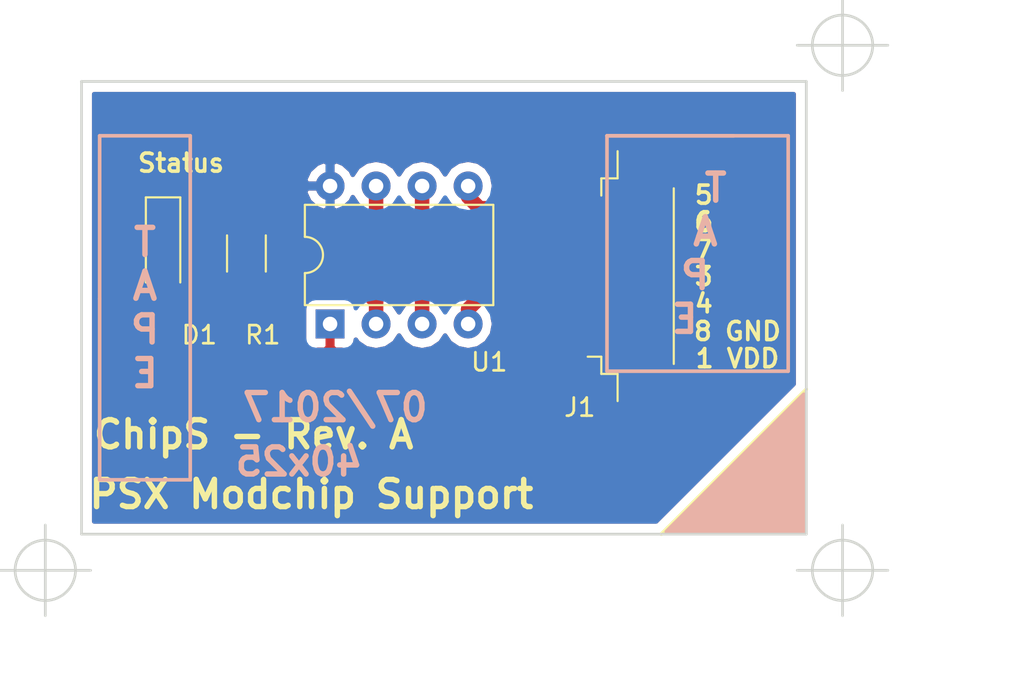
<source format=kicad_pcb>
(kicad_pcb (version 4) (host pcbnew 4.0.6)

  (general
    (links 10)
    (no_connects 0)
    (area 75.924999 58.924999 116.075001 84.075001)
    (thickness 1.6)
    (drawings 37)
    (tracks 21)
    (zones 0)
    (modules 4)
    (nets 10)
  )

  (page A4)
  (layers
    (0 F.Cu signal)
    (31 B.Cu signal)
    (33 F.Adhes user)
    (35 F.Paste user)
    (36 B.SilkS user)
    (37 F.SilkS user)
    (38 B.Mask user)
    (39 F.Mask user)
    (40 Dwgs.User user)
    (41 Cmts.User user)
    (42 Eco1.User user)
    (43 Eco2.User user)
    (44 Edge.Cuts user)
    (45 Margin user)
    (47 F.CrtYd user)
    (49 F.Fab user)
  )

  (setup
    (last_trace_width 0.8)
    (trace_clearance 0.4)
    (zone_clearance 0.5)
    (zone_45_only no)
    (trace_min 0.5)
    (segment_width 0.2)
    (edge_width 0.15)
    (via_size 0.6)
    (via_drill 0.4)
    (via_min_size 0.4)
    (via_min_drill 0.3)
    (uvia_size 0.3)
    (uvia_drill 0.1)
    (uvias_allowed no)
    (uvia_min_size 0.2)
    (uvia_min_drill 0.1)
    (pcb_text_width 0.3)
    (pcb_text_size 1.5 1.5)
    (mod_edge_width 0.15)
    (mod_text_size 1 1)
    (mod_text_width 0.15)
    (pad_size 1.5 1.5)
    (pad_drill 0.8)
    (pad_to_mask_clearance 0.2)
    (aux_axis_origin 76 84)
    (grid_origin 76 84)
    (visible_elements 7FFFFFFF)
    (pcbplotparams
      (layerselection 0x011f8_80000001)
      (usegerberextensions true)
      (excludeedgelayer true)
      (linewidth 0.100000)
      (plotframeref false)
      (viasonmask true)
      (mode 1)
      (useauxorigin false)
      (hpglpennumber 1)
      (hpglpenspeed 20)
      (hpglpendiameter 15)
      (hpglpenoverlay 2)
      (psnegative false)
      (psa4output false)
      (plotreference true)
      (plotvalue true)
      (plotinvisibletext false)
      (padsonsilk false)
      (subtractmaskfromsilk false)
      (outputformat 1)
      (mirror false)
      (drillshape 0)
      (scaleselection 1)
      (outputdirectory Outputs/DrillDrawing/))
  )

  (net 0 "")
  (net 1 VDD)
  (net 2 GND)
  (net 3 /GP4)
  (net 4 /GP3)
  (net 5 "Net-(D1-Pad1)")
  (net 6 /GP2)
  (net 7 /GP1)
  (net 8 /GP0)
  (net 9 /GP5)

  (net_class Default "Ceci est la Netclass par défaut"
    (clearance 0.4)
    (trace_width 0.8)
    (via_dia 0.6)
    (via_drill 0.4)
    (uvia_dia 0.3)
    (uvia_drill 0.1)
    (add_net /GP0)
    (add_net /GP1)
    (add_net /GP2)
    (add_net /GP3)
    (add_net /GP4)
    (add_net /GP5)
    (add_net GND)
    (add_net "Net-(D1-Pad1)")
    (add_net VDD)
  )

  (module Connectors_Molex:Molex_PicoBlade_53398-0771_07x1.25mm_Straight (layer F.Cu) (tedit 5978F17D) (tstamp 596E4311)
    (at 106.0609 69.7506 90)
    (descr "Molex PicoBlade, single row, top entry type, surface mount, PN:53398-0771")
    (tags "connector molex picoblade smt")
    (path /5969FCFB)
    (attr smd)
    (fp_text reference J1 (at -7.2494 -2.5609 180) (layer F.SilkS)
      (effects (font (size 1 1) (thickness 0.15)))
    )
    (fp_text value CONN_01X07 (at 8.7506 -3.0609 180) (layer F.Fab)
      (effects (font (size 1 1) (thickness 0.15)))
    )
    (fp_line (start -5.25 -1.225) (end -5.25 2.475) (layer F.Fab) (width 0.1))
    (fp_line (start -5.25 2.475) (end 5.25 2.475) (layer F.Fab) (width 0.1))
    (fp_line (start 5.25 2.475) (end 5.25 -1.225) (layer F.Fab) (width 0.1))
    (fp_line (start 5.25 -1.225) (end -5.25 -1.225) (layer F.Fab) (width 0.1))
    (fp_line (start 5.25 2.475) (end 6.75 2.475) (layer F.Fab) (width 0.1))
    (fp_line (start 6.75 2.475) (end 6.75 -0.325) (layer F.Fab) (width 0.1))
    (fp_line (start 6.75 -0.325) (end 5.25 -0.325) (layer F.Fab) (width 0.1))
    (fp_line (start -5.25 2.475) (end -6.75 2.475) (layer F.Fab) (width 0.1))
    (fp_line (start -6.75 2.475) (end -6.75 -0.325) (layer F.Fab) (width 0.1))
    (fp_line (start -6.75 -0.325) (end -5.25 -0.325) (layer F.Fab) (width 0.1))
    (fp_line (start 4.45 -1.375) (end 5.4 -1.375) (layer F.SilkS) (width 0.12))
    (fp_line (start 5.4 -1.375) (end 5.4 -0.475) (layer F.SilkS) (width 0.12))
    (fp_line (start 5.4 -0.475) (end 6.9 -0.475) (layer F.SilkS) (width 0.12))
    (fp_line (start -4.45 -1.375) (end -5.4 -1.375) (layer F.SilkS) (width 0.12))
    (fp_line (start -5.4 -1.375) (end -5.4 -0.475) (layer F.SilkS) (width 0.12))
    (fp_line (start -5.4 -0.475) (end -6.9 -0.475) (layer F.SilkS) (width 0.12))
    (fp_line (start -4.85 2.625) (end 4.85 2.625) (layer F.SilkS) (width 0.12))
    (fp_line (start -4.45 -1.375) (end -4.45 -2.125) (layer F.SilkS) (width 0.12))
    (fp_line (start -4.15 -1.225) (end -3.75 -0.425) (layer F.Fab) (width 0.1))
    (fp_line (start -3.75 -0.425) (end -3.35 -1.225) (layer F.Fab) (width 0.1))
    (fp_line (start -3.35 -1.225) (end -4.15 -1.225) (layer F.Fab) (width 0.1))
    (fp_line (start 0 -2.7) (end 5.8 -2.7) (layer F.CrtYd) (width 0.05))
    (fp_line (start 5.8 -2.7) (end 5.8 -0.9) (layer F.CrtYd) (width 0.05))
    (fp_line (start 5.8 -0.9) (end 7.9 -0.9) (layer F.CrtYd) (width 0.05))
    (fp_line (start 7.9 -0.9) (end 7.9 3.5) (layer F.CrtYd) (width 0.05))
    (fp_line (start 7.9 3.5) (end 0 3.5) (layer F.CrtYd) (width 0.05))
    (fp_line (start 0 -2.7) (end -5.8 -2.7) (layer F.CrtYd) (width 0.05))
    (fp_line (start -5.8 -2.7) (end -5.8 -0.9) (layer F.CrtYd) (width 0.05))
    (fp_line (start -5.8 -0.9) (end -7.9 -0.9) (layer F.CrtYd) (width 0.05))
    (fp_line (start -7.9 -0.9) (end -7.9 3.5) (layer F.CrtYd) (width 0.05))
    (fp_line (start -7.9 3.5) (end 0 3.5) (layer F.CrtYd) (width 0.05))
    (fp_text user %R (at 0 1.5 90) (layer F.Fab)
      (effects (font (size 1 1) (thickness 0.15)))
    )
    (pad 1 smd rect (at -3.75 -1.375 90) (size 0.8 1.5) (layers F.Cu F.Paste F.Mask)
      (net 1 VDD))
    (pad 2 smd rect (at -2.5 -1.375 90) (size 0.8 1.5) (layers F.Cu F.Paste F.Mask)
      (net 2 GND))
    (pad 3 smd rect (at -1.25 -1.375 90) (size 0.8 1.5) (layers F.Cu F.Paste F.Mask)
      (net 4 /GP3))
    (pad 4 smd rect (at 0 -1.375 90) (size 0.8 1.5) (layers F.Cu F.Paste F.Mask)
      (net 3 /GP4))
    (pad 5 smd rect (at 1.25 -1.375 90) (size 0.8 1.5) (layers F.Cu F.Paste F.Mask)
      (net 8 /GP0))
    (pad 6 smd rect (at 2.5 -1.375 90) (size 0.8 1.5) (layers F.Cu F.Paste F.Mask)
      (net 7 /GP1))
    (pad 7 smd rect (at 3.75 -1.375 90) (size 0.8 1.5) (layers F.Cu F.Paste F.Mask)
      (net 6 /GP2))
    (pad "" smd rect (at -6.25 1.375 90) (size 2.2 3.1) (layers F.Cu F.Paste F.Mask))
    (pad "" smd rect (at 6.25 1.375 90) (size 2.2 3.1) (layers F.Cu F.Paste F.Mask))
    (model ${KISYS3DMOD}/Connectors_Molex.3dshapes/Molex_PicoBlade_53398-0771_07x1.25mm_Straight.wrl
      (at (xyz 0 0 0))
      (scale (xyz 1 1 1))
      (rotate (xyz 0 0 0))
    )
  )

  (module Housings_DIP:DIP-8_W7.62mm (layer F.Cu) (tedit 5977B26F) (tstamp 596E432D)
    (at 89.716 72.3922 90)
    (descr "8-lead dip package, row spacing 7.62 mm (300 mils)")
    (tags "DIL DIP PDIP 2.54mm 7.62mm 300mil")
    (path /5969EAAC)
    (fp_text reference U1 (at -2.1078 8.784 180) (layer F.SilkS)
      (effects (font (size 1 1) (thickness 0.15)))
    )
    (fp_text value PIC12C508 (at -2.6078 3.284 180) (layer F.Fab)
      (effects (font (size 1 1) (thickness 0.15)))
    )
    (fp_text user %R (at 3.81 3.81 90) (layer F.Fab)
      (effects (font (size 1 1) (thickness 0.15)))
    )
    (fp_line (start 1.635 -1.27) (end 6.985 -1.27) (layer F.Fab) (width 0.1))
    (fp_line (start 6.985 -1.27) (end 6.985 8.89) (layer F.Fab) (width 0.1))
    (fp_line (start 6.985 8.89) (end 0.635 8.89) (layer F.Fab) (width 0.1))
    (fp_line (start 0.635 8.89) (end 0.635 -0.27) (layer F.Fab) (width 0.1))
    (fp_line (start 0.635 -0.27) (end 1.635 -1.27) (layer F.Fab) (width 0.1))
    (fp_line (start 2.81 -1.39) (end 1.04 -1.39) (layer F.SilkS) (width 0.12))
    (fp_line (start 1.04 -1.39) (end 1.04 9.01) (layer F.SilkS) (width 0.12))
    (fp_line (start 1.04 9.01) (end 6.58 9.01) (layer F.SilkS) (width 0.12))
    (fp_line (start 6.58 9.01) (end 6.58 -1.39) (layer F.SilkS) (width 0.12))
    (fp_line (start 6.58 -1.39) (end 4.81 -1.39) (layer F.SilkS) (width 0.12))
    (fp_line (start -1.1 -1.6) (end -1.1 9.2) (layer F.CrtYd) (width 0.05))
    (fp_line (start -1.1 9.2) (end 8.7 9.2) (layer F.CrtYd) (width 0.05))
    (fp_line (start 8.7 9.2) (end 8.7 -1.6) (layer F.CrtYd) (width 0.05))
    (fp_line (start 8.7 -1.6) (end -1.1 -1.6) (layer F.CrtYd) (width 0.05))
    (fp_arc (start 3.81 -1.39) (end 2.81 -1.39) (angle -180) (layer F.SilkS) (width 0.12))
    (pad 1 thru_hole rect (at 0 0 90) (size 1.6 1.6) (drill 0.8) (layers *.Cu *.Mask)
      (net 1 VDD))
    (pad 5 thru_hole oval (at 7.62 7.62 90) (size 1.6 1.6) (drill 0.8) (layers *.Cu *.Mask)
      (net 6 /GP2))
    (pad 2 thru_hole oval (at 0 2.54 90) (size 1.6 1.6) (drill 0.8) (layers *.Cu *.Mask)
      (net 9 /GP5))
    (pad 6 thru_hole oval (at 7.62 5.08 90) (size 1.6 1.6) (drill 0.8) (layers *.Cu *.Mask)
      (net 7 /GP1))
    (pad 3 thru_hole oval (at 0 5.08 90) (size 1.6 1.6) (drill 0.8) (layers *.Cu *.Mask)
      (net 3 /GP4))
    (pad 7 thru_hole oval (at 7.62 2.54 90) (size 1.6 1.6) (drill 0.8) (layers *.Cu *.Mask)
      (net 8 /GP0))
    (pad 4 thru_hole oval (at 0 7.62 90) (size 1.6 1.6) (drill 0.8) (layers *.Cu *.Mask)
      (net 4 /GP3))
    (pad 8 thru_hole oval (at 7.62 0 90) (size 1.6 1.6) (drill 0.8) (layers *.Cu *.Mask)
      (net 2 GND))
    (model ${KISYS3DMOD}/Housings_DIP.3dshapes/DIP-8_W7.62mm.wrl
      (at (xyz 0 0 0))
      (scale (xyz 1 1 1))
      (rotate (xyz 0 0 0))
    )
  )

  (module Resistors_SMD:R_1206_HandSoldering (layer F.Cu) (tedit 5977ADF7) (tstamp 596E4B19)
    (at 85.1 68.5 270)
    (descr "Resistor SMD 1206, hand soldering")
    (tags "resistor 1206")
    (path /5969F049)
    (attr smd)
    (fp_text reference R1 (at 4.5 -0.9 360) (layer F.SilkS)
      (effects (font (size 1 1) (thickness 0.15)))
    )
    (fp_text value 120R (at 0 1.9 270) (layer F.Fab)
      (effects (font (size 1 1) (thickness 0.15)))
    )
    (fp_text user %R (at 0 0 270) (layer F.Fab)
      (effects (font (size 0.7 0.7) (thickness 0.105)))
    )
    (fp_line (start -1.6 0.8) (end -1.6 -0.8) (layer F.Fab) (width 0.1))
    (fp_line (start 1.6 0.8) (end -1.6 0.8) (layer F.Fab) (width 0.1))
    (fp_line (start 1.6 -0.8) (end 1.6 0.8) (layer F.Fab) (width 0.1))
    (fp_line (start -1.6 -0.8) (end 1.6 -0.8) (layer F.Fab) (width 0.1))
    (fp_line (start 1 1.07) (end -1 1.07) (layer F.SilkS) (width 0.12))
    (fp_line (start -1 -1.07) (end 1 -1.07) (layer F.SilkS) (width 0.12))
    (fp_line (start -3.25 -1.11) (end 3.25 -1.11) (layer F.CrtYd) (width 0.05))
    (fp_line (start -3.25 -1.11) (end -3.25 1.1) (layer F.CrtYd) (width 0.05))
    (fp_line (start 3.25 1.1) (end 3.25 -1.11) (layer F.CrtYd) (width 0.05))
    (fp_line (start 3.25 1.1) (end -3.25 1.1) (layer F.CrtYd) (width 0.05))
    (pad 1 smd rect (at -2 0 270) (size 2 1.7) (layers F.Cu F.Paste F.Mask)
      (net 5 "Net-(D1-Pad1)"))
    (pad 2 smd rect (at 2 0 270) (size 2 1.7) (layers F.Cu F.Paste F.Mask)
      (net 9 /GP5))
    (model ${KISYS3DMOD}/Resistors_SMD.3dshapes/R_1206.wrl
      (at (xyz 0 0 0))
      (scale (xyz 1 1 1))
      (rotate (xyz 0 0 0))
    )
  )

  (module LEDs:LED_1206_HandSoldering (layer F.Cu) (tedit 5977ADF2) (tstamp 596E4C3B)
    (at 80.5 68.5 270)
    (descr "LED SMD 1206, hand soldering")
    (tags "LED 1206")
    (path /5969F4B7)
    (attr smd)
    (fp_text reference D1 (at 4.5 -2 360) (layer F.SilkS)
      (effects (font (size 1 1) (thickness 0.15)))
    )
    (fp_text value LED (at 0 1.9 270) (layer F.Fab)
      (effects (font (size 1 1) (thickness 0.15)))
    )
    (fp_line (start -3.1 -0.95) (end -3.1 0.95) (layer F.SilkS) (width 0.12))
    (fp_line (start -0.4 0) (end 0.2 -0.4) (layer F.Fab) (width 0.1))
    (fp_line (start 0.2 -0.4) (end 0.2 0.4) (layer F.Fab) (width 0.1))
    (fp_line (start 0.2 0.4) (end -0.4 0) (layer F.Fab) (width 0.1))
    (fp_line (start -0.45 -0.4) (end -0.45 0.4) (layer F.Fab) (width 0.1))
    (fp_line (start -1.6 0.8) (end -1.6 -0.8) (layer F.Fab) (width 0.1))
    (fp_line (start 1.6 0.8) (end -1.6 0.8) (layer F.Fab) (width 0.1))
    (fp_line (start 1.6 -0.8) (end 1.6 0.8) (layer F.Fab) (width 0.1))
    (fp_line (start -1.6 -0.8) (end 1.6 -0.8) (layer F.Fab) (width 0.1))
    (fp_line (start -3.1 0.95) (end 1.6 0.95) (layer F.SilkS) (width 0.12))
    (fp_line (start -3.1 -0.95) (end 1.6 -0.95) (layer F.SilkS) (width 0.12))
    (fp_line (start -3.25 -1.11) (end 3.25 -1.11) (layer F.CrtYd) (width 0.05))
    (fp_line (start -3.25 -1.11) (end -3.25 1.1) (layer F.CrtYd) (width 0.05))
    (fp_line (start 3.25 1.1) (end 3.25 -1.11) (layer F.CrtYd) (width 0.05))
    (fp_line (start 3.25 1.1) (end -3.25 1.1) (layer F.CrtYd) (width 0.05))
    (pad 1 smd rect (at -2 0 270) (size 2 1.7) (layers F.Cu F.Paste F.Mask)
      (net 5 "Net-(D1-Pad1)"))
    (pad 2 smd rect (at 2 0 270) (size 2 1.7) (layers F.Cu F.Paste F.Mask)
      (net 1 VDD))
    (model ${KISYS3DMOD}/LEDs.3dshapes/LED_1206.wrl
      (at (xyz 0 0 0))
      (scale (xyz 1 1 1))
      (rotate (xyz 0 0 180))
    )
  )

  (gr_text 07/2017 (at 90 77) (layer B.SilkS)
    (effects (font (size 1.5 1.5) (thickness 0.3)) (justify mirror))
  )
  (target plus (at 74 86) (size 5) (width 0.15) (layer Edge.Cuts))
  (target plus (at 118 57) (size 5) (width 0.15) (layer Edge.Cuts))
  (target plus (at 118 86) (size 5) (width 0.15) (layer Edge.Cuts))
  (gr_text "T\n A\n  P\n   E" (at 111 68.5) (layer B.SilkS)
    (effects (font (size 1.5 1.5) (thickness 0.3)) (justify mirror))
  )
  (gr_line (start 105 62) (end 112 62) (angle 90) (layer B.SilkS) (width 0.2))
  (gr_line (start 105 75) (end 105 62) (angle 90) (layer B.SilkS) (width 0.2))
  (gr_line (start 115 75) (end 105 75) (angle 90) (layer B.SilkS) (width 0.2))
  (gr_line (start 115 62) (end 115 75) (angle 90) (layer B.SilkS) (width 0.2))
  (gr_line (start 105 62) (end 115 62) (angle 90) (layer B.SilkS) (width 0.2))
  (gr_text "T\nA\nP\nE" (at 79.5 71.5) (layer B.SilkS)
    (effects (font (size 1.5 1.5) (thickness 0.3)) (justify mirror))
  )
  (gr_line (start 77 81) (end 77 71) (angle 90) (layer B.SilkS) (width 0.2))
  (gr_line (start 82 81) (end 77 81) (angle 90) (layer B.SilkS) (width 0.2))
  (gr_line (start 82 62) (end 82 81) (angle 90) (layer B.SilkS) (width 0.2))
  (gr_line (start 77 62) (end 82 62) (angle 90) (layer B.SilkS) (width 0.2))
  (gr_line (start 77 71) (end 77 62) (angle 90) (layer B.SilkS) (width 0.2))
  (dimension 25 (width 0.3) (layer Dwgs.User)
    (gr_text "25,000 mm" (at 125.35 71.5 270) (layer Dwgs.User)
      (effects (font (size 1.5 1.5) (thickness 0.3)))
    )
    (feature1 (pts (xy 116 84) (xy 126.7 84)))
    (feature2 (pts (xy 116 59) (xy 126.7 59)))
    (crossbar (pts (xy 124 59) (xy 124 84)))
    (arrow1a (pts (xy 124 84) (xy 123.413579 82.873496)))
    (arrow1b (pts (xy 124 84) (xy 124.586421 82.873496)))
    (arrow2a (pts (xy 124 59) (xy 123.413579 60.126504)))
    (arrow2b (pts (xy 124 59) (xy 124.586421 60.126504)))
  )
  (dimension 17 (width 0.3) (layer Dwgs.User)
    (gr_text "17,000 mm" (at 121.35 67.5 270) (layer Dwgs.User)
      (effects (font (size 1.5 1.5) (thickness 0.3)))
    )
    (feature1 (pts (xy 116 76) (xy 122.7 76)))
    (feature2 (pts (xy 116 59) (xy 122.7 59)))
    (crossbar (pts (xy 120 59) (xy 120 76)))
    (arrow1a (pts (xy 120 76) (xy 119.413579 74.873496)))
    (arrow1b (pts (xy 120 76) (xy 120.586421 74.873496)))
    (arrow2a (pts (xy 120 59) (xy 119.413579 60.126504)))
    (arrow2b (pts (xy 120 59) (xy 120.586421 60.126504)))
  )
  (gr_line (start 116 59) (end 76 59) (angle 90) (layer Edge.Cuts) (width 0.15))
  (gr_text 5 (at 110.341 65.27) (layer F.SilkS)
    (effects (font (size 1 1) (thickness 0.2)))
  )
  (gr_text "8 GND" (at 112.2 72.8) (layer F.SilkS)
    (effects (font (size 1 1) (thickness 0.2)))
  )
  (gr_text "1 VDD" (at 112.2 74.3) (layer F.SilkS)
    (effects (font (size 1 1) (thickness 0.2)))
  )
  (gr_text 4 (at 110.341 71.27) (layer F.SilkS)
    (effects (font (size 1 1) (thickness 0.2)))
  )
  (gr_text "3\n" (at 110.341 69.77) (layer F.SilkS)
    (effects (font (size 1 1) (thickness 0.2)))
  )
  (gr_text 7 (at 110.341 68.27) (layer F.SilkS)
    (effects (font (size 1 1) (thickness 0.2)))
  )
  (gr_text "PSX Modchip Support" (at 101.1 81.8) (layer F.SilkS)
    (effects (font (size 1.5 1.5) (thickness 0.3)) (justify right))
  )
  (gr_text Status (at 79 63.5) (layer F.SilkS)
    (effects (font (size 1 1) (thickness 0.2)) (justify left))
  )
  (dimension 40 (width 0.3) (layer Dwgs.User)
    (gr_text "40,000 mm" (at 96 93.35) (layer Dwgs.User)
      (effects (font (size 1.5 1.5) (thickness 0.3)))
    )
    (feature1 (pts (xy 116 84) (xy 116 94.7)))
    (feature2 (pts (xy 76 84) (xy 76 94.7)))
    (crossbar (pts (xy 76 92) (xy 116 92)))
    (arrow1a (pts (xy 116 92) (xy 114.873496 92.586421)))
    (arrow1b (pts (xy 116 92) (xy 114.873496 91.413579)))
    (arrow2a (pts (xy 76 92) (xy 77.126504 92.586421)))
    (arrow2b (pts (xy 76 92) (xy 77.126504 91.413579)))
  )
  (dimension 32 (width 0.3) (layer Dwgs.User)
    (gr_text "32,000 mm" (at 92 89.35) (layer Dwgs.User)
      (effects (font (size 1.5 1.5) (thickness 0.3)))
    )
    (feature1 (pts (xy 108 84) (xy 108 90.7)))
    (feature2 (pts (xy 76 84) (xy 76 90.7)))
    (crossbar (pts (xy 76 88) (xy 108 88)))
    (arrow1a (pts (xy 108 88) (xy 106.873496 88.586421)))
    (arrow1b (pts (xy 108 88) (xy 106.873496 87.413579)))
    (arrow2a (pts (xy 76 88) (xy 77.126504 88.586421)))
    (arrow2b (pts (xy 76 88) (xy 77.126504 87.413579)))
  )
  (gr_text 6 (at 110.341 66.77) (layer F.SilkS)
    (effects (font (size 1 1) (thickness 0.25)))
  )
  (gr_text "ChipS - Rev. A" (at 85.5 78.5) (layer F.SilkS)
    (effects (font (size 1.5 1.5) (thickness 0.3)))
  )
  (gr_text 40x25 (at 88 80) (layer B.SilkS)
    (effects (font (size 1.5 1.5) (thickness 0.3)) (justify mirror))
  )
  (gr_line (start 93.5 69) (end 93.5 68) (angle 90) (layer Eco1.User) (width 0.2))
  (gr_line (start 108 84) (end 116 76) (angle 90) (layer F.SilkS) (width 0.2))
  (gr_line (start 76 84) (end 76 59) (angle 90) (layer Edge.Cuts) (width 0.15))
  (gr_line (start 116 84) (end 76 84) (angle 90) (layer Edge.Cuts) (width 0.15))
  (gr_line (start 116 59) (end 116 84) (angle 90) (layer Edge.Cuts) (width 0.15))

  (segment (start 94.796 72.3922) (end 94.796 70.542002) (width 0.8) (layer F.Cu) (net 3))
  (segment (start 94.796 70.542002) (end 95.587402 69.7506) (width 0.8) (layer F.Cu) (net 3) (tstamp 5977AAEE))
  (segment (start 95.587402 69.7506) (end 104.6859 69.7506) (width 0.8) (layer F.Cu) (net 3) (tstamp 5977AAEF))
  (segment (start 97.336 72.3922) (end 97.336 71.5794) (width 0.8) (layer F.Cu) (net 4))
  (segment (start 97.336 71.5794) (end 97.9148 71.0006) (width 0.8) (layer F.Cu) (net 4) (tstamp 5977AAF3))
  (segment (start 97.9148 71.0006) (end 104.6859 71.0006) (width 0.8) (layer F.Cu) (net 4) (tstamp 5977AAF4))
  (segment (start 80.5 66.5) (end 85.1 66.5) (width 0.8) (layer F.Cu) (net 5))
  (segment (start 97.336 64.7722) (end 97.336 65.3691) (width 0.8) (layer F.Cu) (net 6))
  (segment (start 97.336 64.7722) (end 97.336 65.3691) (width 0.5) (layer F.Cu) (net 6))
  (segment (start 97.336 65.3691) (end 97.9675 66.0006) (width 0.8) (layer F.Cu) (net 6) (tstamp 5977AAEA))
  (segment (start 97.9675 66.0006) (end 104.6859 66.0006) (width 0.8) (layer F.Cu) (net 6) (tstamp 5977AAEB))
  (segment (start 97.336 64.7722) (end 97.336 65.0008) (width 0.5) (layer F.Cu) (net 6))
  (segment (start 94.796 64.7722) (end 94.796 66.2962) (width 0.8) (layer F.Cu) (net 7))
  (segment (start 94.796 66.2962) (end 95.7504 67.2506) (width 0.8) (layer F.Cu) (net 7) (tstamp 5977AAE6))
  (segment (start 95.7504 67.2506) (end 104.6859 67.2506) (width 0.8) (layer F.Cu) (net 7) (tstamp 5977AAE7))
  (segment (start 104.6859 68.5006) (end 93.7365 68.5006) (width 0.8) (layer F.Cu) (net 8))
  (segment (start 93.7365 68.5006) (end 92.256 67.0201) (width 0.8) (layer F.Cu) (net 8) (tstamp 5977AAE2))
  (segment (start 92.256 67.0201) (end 92.256 64.7722) (width 0.8) (layer F.Cu) (net 8) (tstamp 5977AAE3))
  (segment (start 85.1 70.5) (end 91.583 70.5) (width 0.8) (layer F.Cu) (net 9))
  (segment (start 91.583 70.5) (end 92.256 71.173) (width 0.8) (layer F.Cu) (net 9) (tstamp 5977A709))
  (segment (start 92.256 71.173) (end 92.256 72.3922) (width 0.8) (layer F.Cu) (net 9) (tstamp 5977A70A))

  (zone (net 0) (net_name "") (layer F.SilkS) (tstamp 5976450E) (hatch edge 0.508)
    (connect_pads (clearance 0.5))
    (min_thickness 0.25)
    (fill yes (arc_segments 16) (thermal_gap 0.5) (thermal_bridge_width 0.5))
    (polygon
      (pts
        (xy 116 84) (xy 108 84) (xy 116 76)
      )
    )
    (filled_polygon
      (pts
        (xy 115.875 83.875) (xy 108.301776 83.875) (xy 115.875 76.301776)
      )
    )
  )
  (zone (net 1) (net_name VDD) (layer F.Cu) (tstamp 5977ABB4) (hatch edge 0.508)
    (priority 1)
    (connect_pads (clearance 0.5))
    (min_thickness 0.25)
    (fill yes (arc_segments 16) (thermal_gap 0.5) (thermal_bridge_width 0.5))
    (polygon
      (pts
        (xy 81.4 75.2) (xy 88.9 75.2) (xy 88.9 71.6) (xy 90.5 71.6) (xy 90.5 75.2)
        (xy 100.4 75.2) (xy 100.4 73.1) (xy 106 73.1) (xy 106 74.4) (xy 101.8 74.4)
        (xy 101.8 76.6) (xy 79.6 76.6) (xy 79.6 69.5) (xy 81.4 69.5)
      )
    )
    (filled_polygon
      (pts
        (xy 80.625 70.375) (xy 80.645 70.375) (xy 80.645 70.625) (xy 80.625 70.625) (xy 80.625 71.96875)
        (xy 80.78125 72.125) (xy 81.275 72.125) (xy 81.275 75.2) (xy 81.284848 75.248632) (xy 81.312841 75.289601)
        (xy 81.354568 75.316451) (xy 81.4 75.325) (xy 88.9 75.325) (xy 88.948632 75.315152) (xy 88.989601 75.287159)
        (xy 89.016451 75.245432) (xy 89.025 75.2) (xy 89.025 73.8172) (xy 89.43475 73.8172) (xy 89.591 73.66095)
        (xy 89.591 72.5172) (xy 89.571 72.5172) (xy 89.571 72.2672) (xy 89.591 72.2672) (xy 89.591 72.2472)
        (xy 89.841 72.2472) (xy 89.841 72.2672) (xy 89.861 72.2672) (xy 89.861 72.5172) (xy 89.841 72.5172)
        (xy 89.841 73.66095) (xy 89.99725 73.8172) (xy 90.375 73.8172) (xy 90.375 75.2) (xy 90.384848 75.248632)
        (xy 90.412841 75.289601) (xy 90.454568 75.316451) (xy 90.5 75.325) (xy 100.4 75.325) (xy 100.448632 75.315152)
        (xy 100.489601 75.287159) (xy 100.516451 75.245432) (xy 100.525 75.2) (xy 100.525 73.225) (xy 103.31655 73.225)
        (xy 103.46715 73.3756) (xy 104.5609 73.3756) (xy 104.5609 73.3556) (xy 104.8109 73.3556) (xy 104.8109 73.3756)
        (xy 104.8309 73.3756) (xy 104.8309 73.6256) (xy 104.8109 73.6256) (xy 104.8109 73.6456) (xy 104.5609 73.6456)
        (xy 104.5609 73.6256) (xy 103.46715 73.6256) (xy 103.3109 73.78185) (xy 103.3109 74.02492) (xy 103.40605 74.254634)
        (xy 103.426416 74.275) (xy 101.8 74.275) (xy 101.751368 74.284848) (xy 101.710399 74.312841) (xy 101.683549 74.354568)
        (xy 101.675 74.4) (xy 101.675 76.475) (xy 79.725 76.475) (xy 79.725 72.125) (xy 80.21875 72.125)
        (xy 80.375 71.96875) (xy 80.375 70.625) (xy 80.355 70.625) (xy 80.355 70.375) (xy 80.375 70.375)
        (xy 80.375 70.355) (xy 80.625 70.355)
      )
    )
  )
  (zone (net 2) (net_name GND) (layer F.Cu) (tstamp 5977AF9E) (hatch edge 0.508)
    (connect_pads (clearance 0.5))
    (min_thickness 0.25)
    (fill yes (arc_segments 16) (thermal_gap 0.5) (thermal_bridge_width 0.5))
    (polygon
      (pts
        (xy 116 76) (xy 108 84) (xy 76 84) (xy 76 59) (xy 116 59)
      )
    )
    (filled_polygon
      (pts
        (xy 115.3 75.710051) (xy 107.71005 83.3) (xy 76.7 83.3) (xy 76.7 69.5) (xy 78.975 69.5)
        (xy 78.975 76.6) (xy 79.017743 76.827161) (xy 79.151995 77.035794) (xy 79.35684 77.175759) (xy 79.6 77.225)
        (xy 101.8 77.225) (xy 102.027161 77.182257) (xy 102.235794 77.048005) (xy 102.375759 76.84316) (xy 102.425 76.6)
        (xy 102.425 75.025) (xy 105.248656 75.025) (xy 105.248656 77.1006) (xy 105.292237 77.332211) (xy 105.429119 77.544932)
        (xy 105.637976 77.687638) (xy 105.8859 77.737844) (xy 108.9859 77.737844) (xy 109.217511 77.694263) (xy 109.430232 77.557381)
        (xy 109.572938 77.348524) (xy 109.623144 77.1006) (xy 109.623144 74.9006) (xy 109.579563 74.668989) (xy 109.442681 74.456268)
        (xy 109.233824 74.313562) (xy 108.9859 74.263356) (xy 106.625 74.263356) (xy 106.625 73.1) (xy 106.582257 72.872839)
        (xy 106.448005 72.664206) (xy 106.24316 72.524241) (xy 106.005078 72.476028) (xy 105.90465 72.3756) (xy 104.8109 72.3756)
        (xy 104.8109 72.3956) (xy 104.5609 72.3956) (xy 104.5609 72.3756) (xy 103.46715 72.3756) (xy 103.36775 72.475)
        (xy 100.4 72.475) (xy 100.172839 72.517743) (xy 99.964206 72.651995) (xy 99.824241 72.85684) (xy 99.775 73.1)
        (xy 99.775 74.575) (xy 91.125 74.575) (xy 91.125 73.331673) (xy 91.138764 73.263703) (xy 91.248373 73.427744)
        (xy 91.710676 73.736645) (xy 92.256 73.845117) (xy 92.801324 73.736645) (xy 93.263627 73.427744) (xy 93.526 73.035075)
        (xy 93.788373 73.427744) (xy 94.250676 73.736645) (xy 94.796 73.845117) (xy 95.341324 73.736645) (xy 95.803627 73.427744)
        (xy 96.066 73.035075) (xy 96.328373 73.427744) (xy 96.790676 73.736645) (xy 97.336 73.845117) (xy 97.881324 73.736645)
        (xy 98.343627 73.427744) (xy 98.652528 72.965441) (xy 98.761 72.420117) (xy 98.761 72.364283) (xy 98.693632 72.0256)
        (xy 103.36715 72.0256) (xy 103.46715 72.1256) (xy 104.5609 72.1256) (xy 104.5609 72.1056) (xy 104.8109 72.1056)
        (xy 104.8109 72.1256) (xy 105.90465 72.1256) (xy 106.0609 71.96935) (xy 106.0609 71.72628) (xy 106.024828 71.639193)
        (xy 106.073144 71.4006) (xy 106.073144 70.6006) (xy 106.029563 70.368989) (xy 106.029073 70.368228) (xy 106.073144 70.1506)
        (xy 106.073144 69.3506) (xy 106.029563 69.118989) (xy 106.029073 69.118228) (xy 106.073144 68.9006) (xy 106.073144 68.1006)
        (xy 106.029563 67.868989) (xy 106.029073 67.868228) (xy 106.073144 67.6506) (xy 106.073144 66.8506) (xy 106.029563 66.618989)
        (xy 106.029073 66.618228) (xy 106.073144 66.4006) (xy 106.073144 65.6006) (xy 106.029563 65.368989) (xy 105.945174 65.237844)
        (xy 108.9859 65.237844) (xy 109.217511 65.194263) (xy 109.430232 65.057381) (xy 109.572938 64.848524) (xy 109.623144 64.6006)
        (xy 109.623144 62.4006) (xy 109.579563 62.168989) (xy 109.442681 61.956268) (xy 109.233824 61.813562) (xy 108.9859 61.763356)
        (xy 105.8859 61.763356) (xy 105.654289 61.806937) (xy 105.441568 61.943819) (xy 105.298862 62.152676) (xy 105.248656 62.4006)
        (xy 105.248656 64.6006) (xy 105.292237 64.832211) (xy 105.376626 64.963356) (xy 103.9359 64.963356) (xy 103.870829 64.9756)
        (xy 98.726094 64.9756) (xy 98.761 64.800117) (xy 98.761 64.744283) (xy 98.652528 64.198959) (xy 98.343627 63.736656)
        (xy 97.881324 63.427755) (xy 97.336 63.319283) (xy 96.790676 63.427755) (xy 96.328373 63.736656) (xy 96.066 64.129325)
        (xy 95.803627 63.736656) (xy 95.341324 63.427755) (xy 94.796 63.319283) (xy 94.250676 63.427755) (xy 93.788373 63.736656)
        (xy 93.526 64.129325) (xy 93.263627 63.736656) (xy 92.801324 63.427755) (xy 92.256 63.319283) (xy 91.710676 63.427755)
        (xy 91.248373 63.736656) (xy 90.969619 64.153841) (xy 90.861025 63.923925) (xy 90.449244 63.550314) (xy 90.061521 63.389724)
        (xy 89.841 63.509623) (xy 89.841 64.6472) (xy 89.861 64.6472) (xy 89.861 64.8972) (xy 89.841 64.8972)
        (xy 89.841 66.034777) (xy 90.061521 66.154676) (xy 90.449244 65.994086) (xy 90.861025 65.620475) (xy 90.969619 65.390559)
        (xy 91.231 65.781743) (xy 91.231 67.0201) (xy 91.276849 67.2506) (xy 91.309023 67.412351) (xy 91.531216 67.744884)
        (xy 93.011715 69.225384) (xy 93.210712 69.35835) (xy 93.344249 69.447577) (xy 93.7365 69.5256) (xy 94.362834 69.5256)
        (xy 94.071216 69.817218) (xy 93.849023 70.149751) (xy 93.771 70.542002) (xy 93.771 71.382657) (xy 93.526 71.749325)
        (xy 93.281 71.382657) (xy 93.281 71.173) (xy 93.202977 70.780749) (xy 93.087782 70.608349) (xy 92.980785 70.448216)
        (xy 92.307784 69.775216) (xy 91.975251 69.553023) (xy 91.583 69.475) (xy 86.58254 69.475) (xy 86.543663 69.268389)
        (xy 86.406781 69.055668) (xy 86.197924 68.912962) (xy 85.95 68.862756) (xy 84.25 68.862756) (xy 84.018389 68.906337)
        (xy 83.805668 69.043219) (xy 83.662962 69.252076) (xy 83.612756 69.5) (xy 83.612756 71.5) (xy 83.656337 71.731611)
        (xy 83.793219 71.944332) (xy 84.002076 72.087038) (xy 84.25 72.137244) (xy 85.95 72.137244) (xy 86.181611 72.093663)
        (xy 86.394332 71.956781) (xy 86.537038 71.747924) (xy 86.582181 71.525) (xy 88.290188 71.525) (xy 88.275 71.6)
        (xy 88.275 74.575) (xy 82.025 74.575) (xy 82.025 69.5) (xy 81.982257 69.272839) (xy 81.848005 69.064206)
        (xy 81.64316 68.924241) (xy 81.602331 68.915973) (xy 81.597924 68.912962) (xy 81.35 68.862756) (xy 79.65 68.862756)
        (xy 79.418389 68.906337) (xy 79.412162 68.910344) (xy 79.372839 68.917743) (xy 79.164206 69.051995) (xy 79.024241 69.25684)
        (xy 78.975 69.5) (xy 76.7 69.5) (xy 76.7 65.5) (xy 79.012756 65.5) (xy 79.012756 67.5)
        (xy 79.056337 67.731611) (xy 79.193219 67.944332) (xy 79.402076 68.087038) (xy 79.65 68.137244) (xy 81.35 68.137244)
        (xy 81.581611 68.093663) (xy 81.794332 67.956781) (xy 81.937038 67.747924) (xy 81.982181 67.525) (xy 83.61746 67.525)
        (xy 83.656337 67.731611) (xy 83.793219 67.944332) (xy 84.002076 68.087038) (xy 84.25 68.137244) (xy 85.95 68.137244)
        (xy 86.181611 68.093663) (xy 86.394332 67.956781) (xy 86.537038 67.747924) (xy 86.587244 67.5) (xy 86.587244 65.5)
        (xy 86.543663 65.268389) (xy 86.446712 65.117722) (xy 88.333514 65.117722) (xy 88.570975 65.620475) (xy 88.982756 65.994086)
        (xy 89.370479 66.154676) (xy 89.591 66.034777) (xy 89.591 64.8972) (xy 88.452733 64.8972) (xy 88.333514 65.117722)
        (xy 86.446712 65.117722) (xy 86.406781 65.055668) (xy 86.197924 64.912962) (xy 85.95 64.862756) (xy 84.25 64.862756)
        (xy 84.018389 64.906337) (xy 83.805668 65.043219) (xy 83.662962 65.252076) (xy 83.617819 65.475) (xy 81.98254 65.475)
        (xy 81.943663 65.268389) (xy 81.806781 65.055668) (xy 81.597924 64.912962) (xy 81.35 64.862756) (xy 79.65 64.862756)
        (xy 79.418389 64.906337) (xy 79.205668 65.043219) (xy 79.062962 65.252076) (xy 79.012756 65.5) (xy 76.7 65.5)
        (xy 76.7 64.426678) (xy 88.333514 64.426678) (xy 88.452733 64.6472) (xy 89.591 64.6472) (xy 89.591 63.509623)
        (xy 89.370479 63.389724) (xy 88.982756 63.550314) (xy 88.570975 63.923925) (xy 88.333514 64.426678) (xy 76.7 64.426678)
        (xy 76.7 59.7) (xy 115.3 59.7)
      )
    )
  )
  (zone (net 0) (net_name "") (layer B.SilkS) (tstamp 5977B09C) (hatch edge 0.508)
    (priority 1)
    (connect_pads (clearance 0.5))
    (min_thickness 0.25)
    (fill yes (arc_segments 16) (thermal_gap 0.5) (thermal_bridge_width 0.5))
    (polygon
      (pts
        (xy 116 84) (xy 108 84) (xy 116 76)
      )
    )
    (filled_polygon
      (pts
        (xy 115.875 83.875) (xy 108.301776 83.875) (xy 115.875 76.301776)
      )
    )
  )
  (zone (net 2) (net_name GND) (layer B.Cu) (tstamp 5976449A) (hatch edge 0.508)
    (connect_pads (clearance 0.5))
    (min_thickness 0.25)
    (fill yes (arc_segments 16) (thermal_gap 0.5) (thermal_bridge_width 0.5))
    (polygon
      (pts
        (xy 116 76) (xy 108 84) (xy 76 84) (xy 76 59) (xy 116 59)
      )
    )
    (filled_polygon
      (pts
        (xy 115.3 75.710051) (xy 107.71005 83.3) (xy 76.7 83.3) (xy 76.7 71.5922) (xy 88.278756 71.5922)
        (xy 88.278756 73.1922) (xy 88.322337 73.423811) (xy 88.459219 73.636532) (xy 88.668076 73.779238) (xy 88.916 73.829444)
        (xy 90.516 73.829444) (xy 90.747611 73.785863) (xy 90.960332 73.648981) (xy 91.103038 73.440124) (xy 91.138764 73.263703)
        (xy 91.248373 73.427744) (xy 91.710676 73.736645) (xy 92.256 73.845117) (xy 92.801324 73.736645) (xy 93.263627 73.427744)
        (xy 93.526 73.035075) (xy 93.788373 73.427744) (xy 94.250676 73.736645) (xy 94.796 73.845117) (xy 95.341324 73.736645)
        (xy 95.803627 73.427744) (xy 96.066 73.035075) (xy 96.328373 73.427744) (xy 96.790676 73.736645) (xy 97.336 73.845117)
        (xy 97.881324 73.736645) (xy 98.343627 73.427744) (xy 98.652528 72.965441) (xy 98.761 72.420117) (xy 98.761 72.364283)
        (xy 98.652528 71.818959) (xy 98.343627 71.356656) (xy 97.881324 71.047755) (xy 97.336 70.939283) (xy 96.790676 71.047755)
        (xy 96.328373 71.356656) (xy 96.066 71.749325) (xy 95.803627 71.356656) (xy 95.341324 71.047755) (xy 94.796 70.939283)
        (xy 94.250676 71.047755) (xy 93.788373 71.356656) (xy 93.526 71.749325) (xy 93.263627 71.356656) (xy 92.801324 71.047755)
        (xy 92.256 70.939283) (xy 91.710676 71.047755) (xy 91.248373 71.356656) (xy 91.139564 71.5195) (xy 91.109663 71.360589)
        (xy 90.972781 71.147868) (xy 90.763924 71.005162) (xy 90.516 70.954956) (xy 88.916 70.954956) (xy 88.684389 70.998537)
        (xy 88.471668 71.135419) (xy 88.328962 71.344276) (xy 88.278756 71.5922) (xy 76.7 71.5922) (xy 76.7 65.117722)
        (xy 88.333514 65.117722) (xy 88.570975 65.620475) (xy 88.982756 65.994086) (xy 89.370479 66.154676) (xy 89.591 66.034777)
        (xy 89.591 64.8972) (xy 88.452733 64.8972) (xy 88.333514 65.117722) (xy 76.7 65.117722) (xy 76.7 64.426678)
        (xy 88.333514 64.426678) (xy 88.452733 64.6472) (xy 89.591 64.6472) (xy 89.591 63.509623) (xy 89.841 63.509623)
        (xy 89.841 64.6472) (xy 89.861 64.6472) (xy 89.861 64.8972) (xy 89.841 64.8972) (xy 89.841 66.034777)
        (xy 90.061521 66.154676) (xy 90.449244 65.994086) (xy 90.861025 65.620475) (xy 90.969619 65.390559) (xy 91.248373 65.807744)
        (xy 91.710676 66.116645) (xy 92.256 66.225117) (xy 92.801324 66.116645) (xy 93.263627 65.807744) (xy 93.526 65.415075)
        (xy 93.788373 65.807744) (xy 94.250676 66.116645) (xy 94.796 66.225117) (xy 95.341324 66.116645) (xy 95.803627 65.807744)
        (xy 96.066 65.415075) (xy 96.328373 65.807744) (xy 96.790676 66.116645) (xy 97.336 66.225117) (xy 97.881324 66.116645)
        (xy 98.343627 65.807744) (xy 98.652528 65.345441) (xy 98.761 64.800117) (xy 98.761 64.744283) (xy 98.652528 64.198959)
        (xy 98.343627 63.736656) (xy 97.881324 63.427755) (xy 97.336 63.319283) (xy 96.790676 63.427755) (xy 96.328373 63.736656)
        (xy 96.066 64.129325) (xy 95.803627 63.736656) (xy 95.341324 63.427755) (xy 94.796 63.319283) (xy 94.250676 63.427755)
        (xy 93.788373 63.736656) (xy 93.526 64.129325) (xy 93.263627 63.736656) (xy 92.801324 63.427755) (xy 92.256 63.319283)
        (xy 91.710676 63.427755) (xy 91.248373 63.736656) (xy 90.969619 64.153841) (xy 90.861025 63.923925) (xy 90.449244 63.550314)
        (xy 90.061521 63.389724) (xy 89.841 63.509623) (xy 89.591 63.509623) (xy 89.370479 63.389724) (xy 88.982756 63.550314)
        (xy 88.570975 63.923925) (xy 88.333514 64.426678) (xy 76.7 64.426678) (xy 76.7 59.7) (xy 115.3 59.7)
      )
    )
  )
)

</source>
